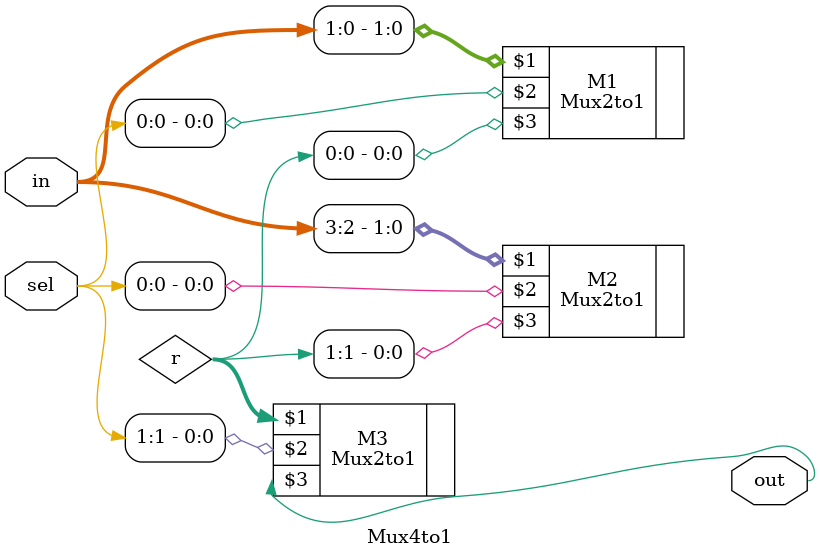
<source format=v>

module Mux4to1(input [3:0] in, 
                input [1:0] sel,
                output out);

                wire [1:0]r;
                Mux2to1 M2(in[3:2], sel[0], r[1]);
                Mux2to1 M1(in[1:0], sel[0], r[0]);

                Mux2to1 M3(r[1:0], sel[1], out);


endmodule
</source>
